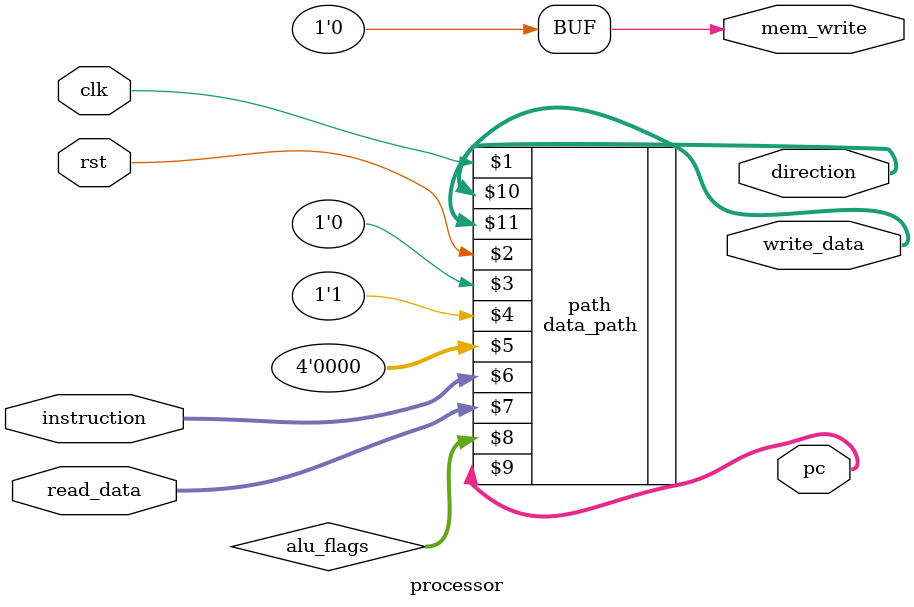
<source format=sv>
module processor(input logic clk,
					  input logic rst,
					  input logic [31:0] instruction, read_data,
					  output logic [31:0] pc, direction, write_data,
					  output logic mem_write);
					  
  logic [3:0] alu_flags;
  
  data_path path(clk, rst, 1'b0, 1'b1, 4'b0, instruction, read_data, alu_flags, pc, direction, write_data);
  assign mem_write = 'b0;
  
endmodule 
</source>
